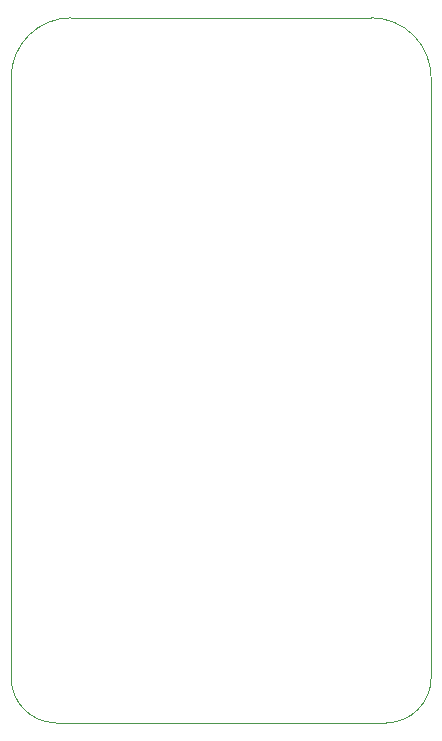
<source format=gbr>
%TF.GenerationSoftware,KiCad,Pcbnew,8.0.4*%
%TF.CreationDate,2024-11-26T16:04:15+06:30*%
%TF.ProjectId,RP2040_DevBoard,52503230-3430-45f4-9465-76426f617264,1.0*%
%TF.SameCoordinates,PX791ddc0PY791ddc0*%
%TF.FileFunction,Profile,NP*%
%FSLAX46Y46*%
G04 Gerber Fmt 4.6, Leading zero omitted, Abs format (unit mm)*
G04 Created by KiCad (PCBNEW 8.0.4) date 2024-11-26 16:04:15*
%MOMM*%
%LPD*%
G01*
G04 APERTURE LIST*
%TA.AperFunction,Profile*%
%ADD10C,0.100000*%
%TD*%
G04 APERTURE END LIST*
D10*
X3810000Y0D02*
X31750000Y0D01*
X0Y54610000D02*
G75*
G02*
X5080000Y59690000I5080000J0D01*
G01*
X35560000Y3810000D02*
X35560000Y54610000D01*
X30480000Y59690000D02*
G75*
G02*
X35560000Y54610000I0J-5080000D01*
G01*
X3810000Y0D02*
G75*
G02*
X0Y3810000I0J3810000D01*
G01*
X35560000Y3810000D02*
G75*
G02*
X31750000Y0I-3810000J0D01*
G01*
X0Y54610000D02*
X0Y3810000D01*
X30480000Y59690000D02*
X5080000Y59690000D01*
M02*

</source>
